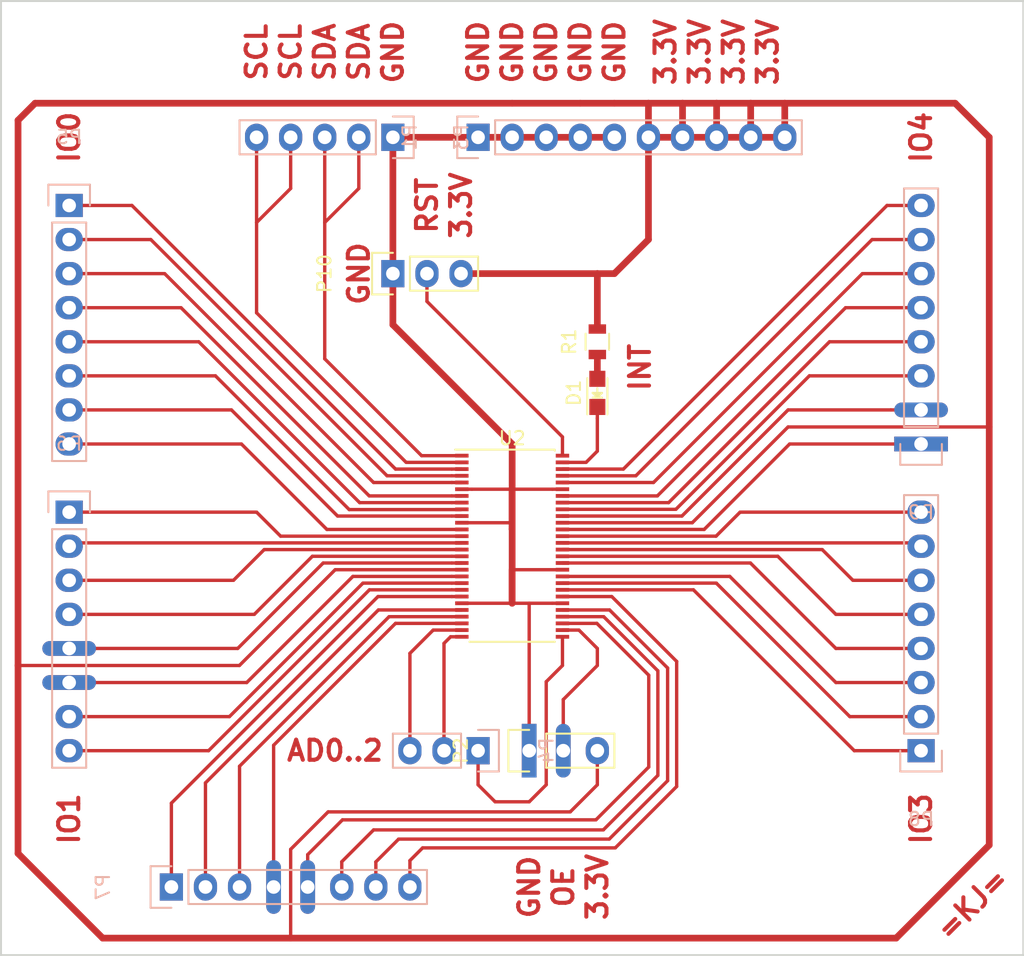
<source format=kicad_pcb>
(kicad_pcb (version 4) (host pcbnew 4.0.4+e1-6308~48~ubuntu16.04.1-stable)

  (general
    (links 73)
    (no_connects 0)
    (area 132.004999 32.944999 208.355001 104.215001)
    (thickness 1.6)
    (drawings 31)
    (tracks 261)
    (zones 0)
    (modules 13)
    (nets 52)
  )

  (page A4)
  (layers
    (0 F.Cu signal)
    (1 In1.Cu signal)
    (2 In2.Cu signal)
    (31 B.Cu signal)
    (32 B.Adhes user)
    (33 F.Adhes user)
    (34 B.Paste user)
    (35 F.Paste user)
    (36 B.SilkS user)
    (37 F.SilkS user)
    (38 B.Mask user)
    (39 F.Mask user)
    (40 Dwgs.User user)
    (41 Cmts.User user)
    (42 Eco1.User user)
    (43 Eco2.User user)
    (44 Edge.Cuts user)
    (45 Margin user)
    (46 B.CrtYd user)
    (47 F.CrtYd user)
    (48 B.Fab user)
    (49 F.Fab user)
  )

  (setup
    (last_trace_width 0.5)
    (user_trace_width 0.3)
    (user_trace_width 0.4)
    (user_trace_width 0.5)
    (trace_clearance 0.2)
    (zone_clearance 0.508)
    (zone_45_only no)
    (trace_min 0.2)
    (segment_width 0.2)
    (edge_width 0.15)
    (via_size 0.6)
    (via_drill 0.4)
    (via_min_size 0.4)
    (via_min_drill 0.3)
    (uvia_size 0.3)
    (uvia_drill 0.1)
    (uvias_allowed no)
    (uvia_min_size 0.2)
    (uvia_min_drill 0.1)
    (pcb_text_width 0.3)
    (pcb_text_size 1.5 1.5)
    (mod_edge_width 0.15)
    (mod_text_size 1 1)
    (mod_text_width 0.15)
    (pad_size 4 1.1)
    (pad_drill 1.016)
    (pad_to_mask_clearance 0.2)
    (aux_axis_origin 0 0)
    (visible_elements FFFCEF7F)
    (pcbplotparams
      (layerselection 0x01000_00000001)
      (usegerberextensions false)
      (excludeedgelayer true)
      (linewidth 0.100000)
      (plotframeref false)
      (viasonmask false)
      (mode 1)
      (useauxorigin false)
      (hpglpennumber 1)
      (hpglpenspeed 20)
      (hpglpendiameter 15)
      (hpglpenoverlay 2)
      (psnegative false)
      (psa4output false)
      (plotreference true)
      (plotvalue true)
      (plotinvisibletext false)
      (padsonsilk false)
      (subtractmaskfromsilk false)
      (outputformat 1)
      (mirror false)
      (drillshape 0)
      (scaleselection 1)
      (outputdirectory /media/mdh/KINGSTON/))
  )

  (net 0 "")
  (net 1 GND)
  (net 2 +3V3)
  (net 3 "Net-(D1-Pad2)")
  (net 4 /INT)
  (net 5 /OE)
  (net 6 /Reset)
  (net 7 /SDA)
  (net 8 /SCL)
  (net 9 "Net-(P4-Pad1)")
  (net 10 "Net-(P4-Pad2)")
  (net 11 "Net-(P4-Pad3)")
  (net 12 "Net-(P5-Pad1)")
  (net 13 "Net-(P5-Pad2)")
  (net 14 "Net-(P5-Pad3)")
  (net 15 "Net-(P5-Pad4)")
  (net 16 "Net-(P5-Pad5)")
  (net 17 "Net-(P5-Pad6)")
  (net 18 "Net-(P5-Pad7)")
  (net 19 "Net-(P5-Pad8)")
  (net 20 "Net-(P6-Pad1)")
  (net 21 "Net-(P6-Pad2)")
  (net 22 "Net-(P6-Pad3)")
  (net 23 "Net-(P6-Pad4)")
  (net 24 "Net-(P6-Pad5)")
  (net 25 "Net-(P6-Pad6)")
  (net 26 "Net-(P6-Pad7)")
  (net 27 "Net-(P6-Pad8)")
  (net 28 "Net-(P7-Pad1)")
  (net 29 "Net-(P7-Pad2)")
  (net 30 "Net-(P7-Pad3)")
  (net 31 "Net-(P7-Pad4)")
  (net 32 "Net-(P7-Pad5)")
  (net 33 "Net-(P7-Pad6)")
  (net 34 "Net-(P7-Pad7)")
  (net 35 "Net-(P7-Pad8)")
  (net 36 "Net-(P8-Pad1)")
  (net 37 "Net-(P8-Pad2)")
  (net 38 "Net-(P8-Pad3)")
  (net 39 "Net-(P8-Pad4)")
  (net 40 "Net-(P8-Pad5)")
  (net 41 "Net-(P8-Pad6)")
  (net 42 "Net-(P8-Pad7)")
  (net 43 "Net-(P8-Pad8)")
  (net 44 "Net-(P9-Pad1)")
  (net 45 "Net-(P9-Pad2)")
  (net 46 "Net-(P9-Pad3)")
  (net 47 "Net-(P9-Pad4)")
  (net 48 "Net-(P9-Pad5)")
  (net 49 "Net-(P9-Pad6)")
  (net 50 "Net-(P9-Pad7)")
  (net 51 "Net-(P9-Pad8)")

  (net_class Default "This is the default net class."
    (clearance 0.2)
    (trace_width 0.25)
    (via_dia 0.6)
    (via_drill 0.4)
    (uvia_dia 0.3)
    (uvia_drill 0.1)
    (add_net +3V3)
    (add_net /INT)
    (add_net /OE)
    (add_net /Reset)
    (add_net /SCL)
    (add_net /SDA)
    (add_net GND)
    (add_net "Net-(D1-Pad2)")
    (add_net "Net-(P4-Pad1)")
    (add_net "Net-(P4-Pad2)")
    (add_net "Net-(P4-Pad3)")
    (add_net "Net-(P5-Pad1)")
    (add_net "Net-(P5-Pad2)")
    (add_net "Net-(P5-Pad3)")
    (add_net "Net-(P5-Pad4)")
    (add_net "Net-(P5-Pad5)")
    (add_net "Net-(P5-Pad6)")
    (add_net "Net-(P5-Pad7)")
    (add_net "Net-(P5-Pad8)")
    (add_net "Net-(P6-Pad1)")
    (add_net "Net-(P6-Pad2)")
    (add_net "Net-(P6-Pad3)")
    (add_net "Net-(P6-Pad4)")
    (add_net "Net-(P6-Pad5)")
    (add_net "Net-(P6-Pad6)")
    (add_net "Net-(P6-Pad7)")
    (add_net "Net-(P6-Pad8)")
    (add_net "Net-(P7-Pad1)")
    (add_net "Net-(P7-Pad2)")
    (add_net "Net-(P7-Pad3)")
    (add_net "Net-(P7-Pad4)")
    (add_net "Net-(P7-Pad5)")
    (add_net "Net-(P7-Pad6)")
    (add_net "Net-(P7-Pad7)")
    (add_net "Net-(P7-Pad8)")
    (add_net "Net-(P8-Pad1)")
    (add_net "Net-(P8-Pad2)")
    (add_net "Net-(P8-Pad3)")
    (add_net "Net-(P8-Pad4)")
    (add_net "Net-(P8-Pad5)")
    (add_net "Net-(P8-Pad6)")
    (add_net "Net-(P8-Pad7)")
    (add_net "Net-(P8-Pad8)")
    (add_net "Net-(P9-Pad1)")
    (add_net "Net-(P9-Pad2)")
    (add_net "Net-(P9-Pad3)")
    (add_net "Net-(P9-Pad4)")
    (add_net "Net-(P9-Pad5)")
    (add_net "Net-(P9-Pad6)")
    (add_net "Net-(P9-Pad7)")
    (add_net "Net-(P9-Pad8)")
  )

  (module LEDs:LED_0805 (layer F.Cu) (tedit 55BDE1C2) (tstamp 5836D3C5)
    (at 176.53 62.23 90)
    (descr "LED 0805 smd package")
    (tags "LED 0805 SMD")
    (path /5836AF52)
    (attr smd)
    (fp_text reference D1 (at 0 -1.75 90) (layer F.SilkS)
      (effects (font (size 1 1) (thickness 0.15)))
    )
    (fp_text value LED (at 0 1.75 90) (layer F.Fab)
      (effects (font (size 1 1) (thickness 0.15)))
    )
    (fp_line (start -0.4 -0.3) (end -0.4 0.3) (layer F.Fab) (width 0.15))
    (fp_line (start -0.3 0) (end 0 -0.3) (layer F.Fab) (width 0.15))
    (fp_line (start 0 0.3) (end -0.3 0) (layer F.Fab) (width 0.15))
    (fp_line (start 0 -0.3) (end 0 0.3) (layer F.Fab) (width 0.15))
    (fp_line (start 1 -0.6) (end -1 -0.6) (layer F.Fab) (width 0.15))
    (fp_line (start 1 0.6) (end 1 -0.6) (layer F.Fab) (width 0.15))
    (fp_line (start -1 0.6) (end 1 0.6) (layer F.Fab) (width 0.15))
    (fp_line (start -1 -0.6) (end -1 0.6) (layer F.Fab) (width 0.15))
    (fp_line (start -1.6 0.75) (end 1.1 0.75) (layer F.SilkS) (width 0.15))
    (fp_line (start -1.6 -0.75) (end 1.1 -0.75) (layer F.SilkS) (width 0.15))
    (fp_line (start -0.1 0.15) (end -0.1 -0.1) (layer F.SilkS) (width 0.15))
    (fp_line (start -0.1 -0.1) (end -0.25 0.05) (layer F.SilkS) (width 0.15))
    (fp_line (start -0.35 -0.35) (end -0.35 0.35) (layer F.SilkS) (width 0.15))
    (fp_line (start 0 0) (end 0.35 0) (layer F.SilkS) (width 0.15))
    (fp_line (start -0.35 0) (end 0 -0.35) (layer F.SilkS) (width 0.15))
    (fp_line (start 0 -0.35) (end 0 0.35) (layer F.SilkS) (width 0.15))
    (fp_line (start 0 0.35) (end -0.35 0) (layer F.SilkS) (width 0.15))
    (fp_line (start 1.9 -0.95) (end 1.9 0.95) (layer F.CrtYd) (width 0.05))
    (fp_line (start 1.9 0.95) (end -1.9 0.95) (layer F.CrtYd) (width 0.05))
    (fp_line (start -1.9 0.95) (end -1.9 -0.95) (layer F.CrtYd) (width 0.05))
    (fp_line (start -1.9 -0.95) (end 1.9 -0.95) (layer F.CrtYd) (width 0.05))
    (pad 2 smd rect (at 1.04902 0 270) (size 1.19888 1.19888) (layers F.Cu F.Paste F.Mask)
      (net 3 "Net-(D1-Pad2)"))
    (pad 1 smd rect (at -1.04902 0 270) (size 1.19888 1.19888) (layers F.Cu F.Paste F.Mask)
      (net 4 /INT))
    (model LEDs.3dshapes/LED_0805.wrl
      (at (xyz 0 0 0))
      (scale (xyz 1 1 1))
      (rotate (xyz 0 0 0))
    )
  )

  (module Pin_Headers:Pin_Header_Straight_1x10 (layer B.Cu) (tedit 0) (tstamp 5836D3D3)
    (at 167.64 43.18 270)
    (descr "Through hole pin header")
    (tags "pin header")
    (path /5836C445)
    (fp_text reference P1 (at 0 5.1 270) (layer B.SilkS)
      (effects (font (size 1 1) (thickness 0.15)) (justify mirror))
    )
    (fp_text value "Power connector" (at 0 3.1 270) (layer B.Fab)
      (effects (font (size 1 1) (thickness 0.15)) (justify mirror))
    )
    (fp_line (start -1.75 1.75) (end -1.75 -24.65) (layer B.CrtYd) (width 0.05))
    (fp_line (start 1.75 1.75) (end 1.75 -24.65) (layer B.CrtYd) (width 0.05))
    (fp_line (start -1.75 1.75) (end 1.75 1.75) (layer B.CrtYd) (width 0.05))
    (fp_line (start -1.75 -24.65) (end 1.75 -24.65) (layer B.CrtYd) (width 0.05))
    (fp_line (start 1.27 -1.27) (end 1.27 -24.13) (layer B.SilkS) (width 0.15))
    (fp_line (start 1.27 -24.13) (end -1.27 -24.13) (layer B.SilkS) (width 0.15))
    (fp_line (start -1.27 -24.13) (end -1.27 -1.27) (layer B.SilkS) (width 0.15))
    (fp_line (start 1.55 1.55) (end 1.55 0) (layer B.SilkS) (width 0.15))
    (fp_line (start 1.27 -1.27) (end -1.27 -1.27) (layer B.SilkS) (width 0.15))
    (fp_line (start -1.55 0) (end -1.55 1.55) (layer B.SilkS) (width 0.15))
    (fp_line (start -1.55 1.55) (end 1.55 1.55) (layer B.SilkS) (width 0.15))
    (pad 1 thru_hole rect (at 0 0 270) (size 2.032 1.7272) (drill 1.016) (layers *.Cu *.Mask)
      (net 1 GND))
    (pad 2 thru_hole oval (at 0 -2.54 270) (size 2.032 1.7272) (drill 1.016) (layers *.Cu *.Mask)
      (net 1 GND))
    (pad 3 thru_hole oval (at 0 -5.08 270) (size 2.032 1.7272) (drill 1.016) (layers *.Cu *.Mask)
      (net 1 GND))
    (pad 4 thru_hole oval (at 0 -7.62 270) (size 2.032 1.7272) (drill 1.016) (layers *.Cu *.Mask)
      (net 1 GND))
    (pad 5 thru_hole oval (at 0 -10.16 270) (size 2.032 1.7272) (drill 1.016) (layers *.Cu *.Mask)
      (net 1 GND))
    (pad 6 thru_hole oval (at 0 -12.7 270) (size 2.032 1.7272) (drill 1.016) (layers *.Cu *.Mask)
      (net 2 +3V3))
    (pad 7 thru_hole oval (at 0 -15.24 270) (size 2.032 1.7272) (drill 1.016) (layers *.Cu *.Mask)
      (net 2 +3V3))
    (pad 8 thru_hole oval (at 0 -17.78 270) (size 2.032 1.7272) (drill 1.016) (layers *.Cu *.Mask)
      (net 2 +3V3))
    (pad 9 thru_hole oval (at 0 -20.32 270) (size 2.032 1.7272) (drill 1.016) (layers *.Cu *.Mask)
      (net 2 +3V3))
    (pad 10 thru_hole oval (at 0 -22.86 270) (size 2.032 1.7272) (drill 1.016) (layers *.Cu *.Mask)
      (net 2 +3V3))
    (model Pin_Headers.3dshapes/Pin_Header_Straight_1x10.wrl
      (at (xyz 0 -0.45 0))
      (scale (xyz 1 1 1))
      (rotate (xyz 0 0 90))
    )
  )

  (module Pin_Headers:Pin_Header_Straight_1x05 (layer B.Cu) (tedit 54EA0684) (tstamp 5836D3E2)
    (at 161.29 43.18 90)
    (descr "Through hole pin header")
    (tags "pin header")
    (path /5836C890)
    (fp_text reference P3 (at 0 5.1 90) (layer B.SilkS)
      (effects (font (size 1 1) (thickness 0.15)) (justify mirror))
    )
    (fp_text value "I2C connector" (at 0 3.1 90) (layer B.Fab)
      (effects (font (size 1 1) (thickness 0.15)) (justify mirror))
    )
    (fp_line (start -1.55 0) (end -1.55 1.55) (layer B.SilkS) (width 0.15))
    (fp_line (start -1.55 1.55) (end 1.55 1.55) (layer B.SilkS) (width 0.15))
    (fp_line (start 1.55 1.55) (end 1.55 0) (layer B.SilkS) (width 0.15))
    (fp_line (start -1.75 1.75) (end -1.75 -11.95) (layer B.CrtYd) (width 0.05))
    (fp_line (start 1.75 1.75) (end 1.75 -11.95) (layer B.CrtYd) (width 0.05))
    (fp_line (start -1.75 1.75) (end 1.75 1.75) (layer B.CrtYd) (width 0.05))
    (fp_line (start -1.75 -11.95) (end 1.75 -11.95) (layer B.CrtYd) (width 0.05))
    (fp_line (start 1.27 -1.27) (end 1.27 -11.43) (layer B.SilkS) (width 0.15))
    (fp_line (start 1.27 -11.43) (end -1.27 -11.43) (layer B.SilkS) (width 0.15))
    (fp_line (start -1.27 -11.43) (end -1.27 -1.27) (layer B.SilkS) (width 0.15))
    (fp_line (start 1.27 -1.27) (end -1.27 -1.27) (layer B.SilkS) (width 0.15))
    (pad 1 thru_hole rect (at 0 0 90) (size 2.032 1.7272) (drill 1.016) (layers *.Cu *.Mask)
      (net 1 GND))
    (pad 2 thru_hole oval (at 0 -2.54 90) (size 2.032 1.7272) (drill 1.016) (layers *.Cu *.Mask)
      (net 7 /SDA))
    (pad 3 thru_hole oval (at 0 -5.08 90) (size 2.032 1.7272) (drill 1.016) (layers *.Cu *.Mask)
      (net 7 /SDA))
    (pad 4 thru_hole oval (at 0 -7.62 90) (size 2.032 1.7272) (drill 1.016) (layers *.Cu *.Mask)
      (net 8 /SCL))
    (pad 5 thru_hole oval (at 0 -10.16 90) (size 2.032 1.7272) (drill 1.016) (layers *.Cu *.Mask)
      (net 8 /SCL))
    (model Pin_Headers.3dshapes/Pin_Header_Straight_1x05.wrl
      (at (xyz 0 -0.2 0))
      (scale (xyz 1 1 1))
      (rotate (xyz 0 0 90))
    )
  )

  (module Pin_Headers:Pin_Header_Straight_1x03 (layer B.Cu) (tedit 0) (tstamp 5836D3E9)
    (at 167.64 88.9 90)
    (descr "Through hole pin header")
    (tags "pin header")
    (path /5836AD84)
    (fp_text reference P4 (at 0 5.1 90) (layer B.SilkS)
      (effects (font (size 1 1) (thickness 0.15)) (justify mirror))
    )
    (fp_text value CONN_01X03 (at 0 3.1 90) (layer B.Fab)
      (effects (font (size 1 1) (thickness 0.15)) (justify mirror))
    )
    (fp_line (start -1.75 1.75) (end -1.75 -6.85) (layer B.CrtYd) (width 0.05))
    (fp_line (start 1.75 1.75) (end 1.75 -6.85) (layer B.CrtYd) (width 0.05))
    (fp_line (start -1.75 1.75) (end 1.75 1.75) (layer B.CrtYd) (width 0.05))
    (fp_line (start -1.75 -6.85) (end 1.75 -6.85) (layer B.CrtYd) (width 0.05))
    (fp_line (start -1.27 -1.27) (end -1.27 -6.35) (layer B.SilkS) (width 0.15))
    (fp_line (start -1.27 -6.35) (end 1.27 -6.35) (layer B.SilkS) (width 0.15))
    (fp_line (start 1.27 -6.35) (end 1.27 -1.27) (layer B.SilkS) (width 0.15))
    (fp_line (start 1.55 1.55) (end 1.55 0) (layer B.SilkS) (width 0.15))
    (fp_line (start 1.27 -1.27) (end -1.27 -1.27) (layer B.SilkS) (width 0.15))
    (fp_line (start -1.55 0) (end -1.55 1.55) (layer B.SilkS) (width 0.15))
    (fp_line (start -1.55 1.55) (end 1.55 1.55) (layer B.SilkS) (width 0.15))
    (pad 1 thru_hole rect (at 0 0 90) (size 2.032 1.7272) (drill 1.016) (layers *.Cu *.Mask)
      (net 9 "Net-(P4-Pad1)"))
    (pad 2 thru_hole oval (at 0 -2.54 90) (size 2.032 1.7272) (drill 1.016) (layers *.Cu *.Mask)
      (net 10 "Net-(P4-Pad2)"))
    (pad 3 thru_hole oval (at 0 -5.08 90) (size 2.032 1.7272) (drill 1.016) (layers *.Cu *.Mask)
      (net 11 "Net-(P4-Pad3)"))
    (model Pin_Headers.3dshapes/Pin_Header_Straight_1x03.wrl
      (at (xyz 0 -0.1 0))
      (scale (xyz 1 1 1))
      (rotate (xyz 0 0 90))
    )
  )

  (module Pin_Headers:Pin_Header_Straight_1x08 (layer B.Cu) (tedit 0) (tstamp 5836D3F5)
    (at 137.16 48.26 180)
    (descr "Through hole pin header")
    (tags "pin header")
    (path /5836AA9E)
    (fp_text reference P5 (at 0 5.1 180) (layer B.SilkS)
      (effects (font (size 1 1) (thickness 0.15)) (justify mirror))
    )
    (fp_text value "GPIO 0" (at 0 3.1 180) (layer B.Fab)
      (effects (font (size 1 1) (thickness 0.15)) (justify mirror))
    )
    (fp_line (start -1.75 1.75) (end -1.75 -19.55) (layer B.CrtYd) (width 0.05))
    (fp_line (start 1.75 1.75) (end 1.75 -19.55) (layer B.CrtYd) (width 0.05))
    (fp_line (start -1.75 1.75) (end 1.75 1.75) (layer B.CrtYd) (width 0.05))
    (fp_line (start -1.75 -19.55) (end 1.75 -19.55) (layer B.CrtYd) (width 0.05))
    (fp_line (start 1.27 -1.27) (end 1.27 -19.05) (layer B.SilkS) (width 0.15))
    (fp_line (start 1.27 -19.05) (end -1.27 -19.05) (layer B.SilkS) (width 0.15))
    (fp_line (start -1.27 -19.05) (end -1.27 -1.27) (layer B.SilkS) (width 0.15))
    (fp_line (start 1.55 1.55) (end 1.55 0) (layer B.SilkS) (width 0.15))
    (fp_line (start 1.27 -1.27) (end -1.27 -1.27) (layer B.SilkS) (width 0.15))
    (fp_line (start -1.55 0) (end -1.55 1.55) (layer B.SilkS) (width 0.15))
    (fp_line (start -1.55 1.55) (end 1.55 1.55) (layer B.SilkS) (width 0.15))
    (pad 1 thru_hole rect (at 0 0 180) (size 2.032 1.7272) (drill 1.016) (layers *.Cu *.Mask)
      (net 12 "Net-(P5-Pad1)"))
    (pad 2 thru_hole oval (at 0 -2.54 180) (size 2.032 1.7272) (drill 1.016) (layers *.Cu *.Mask)
      (net 13 "Net-(P5-Pad2)"))
    (pad 3 thru_hole oval (at 0 -5.08 180) (size 2.032 1.7272) (drill 1.016) (layers *.Cu *.Mask)
      (net 14 "Net-(P5-Pad3)"))
    (pad 4 thru_hole oval (at 0 -7.62 180) (size 2.032 1.7272) (drill 1.016) (layers *.Cu *.Mask)
      (net 15 "Net-(P5-Pad4)"))
    (pad 5 thru_hole oval (at 0 -10.16 180) (size 2.032 1.7272) (drill 1.016) (layers *.Cu *.Mask)
      (net 16 "Net-(P5-Pad5)"))
    (pad 6 thru_hole oval (at 0 -12.7 180) (size 2.032 1.7272) (drill 1.016) (layers *.Cu *.Mask)
      (net 17 "Net-(P5-Pad6)"))
    (pad 7 thru_hole oval (at 0 -15.24 180) (size 2.032 1.7272) (drill 1.016) (layers *.Cu *.Mask)
      (net 18 "Net-(P5-Pad7)"))
    (pad 8 thru_hole oval (at 0 -17.78 180) (size 2.032 1.7272) (drill 1.016) (layers *.Cu *.Mask)
      (net 19 "Net-(P5-Pad8)"))
    (model Pin_Headers.3dshapes/Pin_Header_Straight_1x08.wrl
      (at (xyz 0 -0.35 0))
      (scale (xyz 1 1 1))
      (rotate (xyz 0 0 90))
    )
  )

  (module Pin_Headers:Pin_Header_Straight_1x08 (layer B.Cu) (tedit 5836D4B8) (tstamp 5836D401)
    (at 137.16 71.12 180)
    (descr "Through hole pin header")
    (tags "pin header")
    (path /5836ABD7)
    (fp_text reference P6 (at 0 5.1 180) (layer B.SilkS)
      (effects (font (size 1 1) (thickness 0.15)) (justify mirror))
    )
    (fp_text value "GPIO 1" (at 0 3.1 180) (layer B.Fab)
      (effects (font (size 1 1) (thickness 0.15)) (justify mirror))
    )
    (fp_line (start -1.75 1.75) (end -1.75 -19.55) (layer B.CrtYd) (width 0.05))
    (fp_line (start 1.75 1.75) (end 1.75 -19.55) (layer B.CrtYd) (width 0.05))
    (fp_line (start -1.75 1.75) (end 1.75 1.75) (layer B.CrtYd) (width 0.05))
    (fp_line (start -1.75 -19.55) (end 1.75 -19.55) (layer B.CrtYd) (width 0.05))
    (fp_line (start 1.27 -1.27) (end 1.27 -19.05) (layer B.SilkS) (width 0.15))
    (fp_line (start 1.27 -19.05) (end -1.27 -19.05) (layer B.SilkS) (width 0.15))
    (fp_line (start -1.27 -19.05) (end -1.27 -1.27) (layer B.SilkS) (width 0.15))
    (fp_line (start 1.55 1.55) (end 1.55 0) (layer B.SilkS) (width 0.15))
    (fp_line (start 1.27 -1.27) (end -1.27 -1.27) (layer B.SilkS) (width 0.15))
    (fp_line (start -1.55 0) (end -1.55 1.55) (layer B.SilkS) (width 0.15))
    (fp_line (start -1.55 1.55) (end 1.55 1.55) (layer B.SilkS) (width 0.15))
    (pad 1 thru_hole rect (at 0 0 180) (size 2.032 1.7272) (drill 1.016) (layers *.Cu *.Mask)
      (net 20 "Net-(P6-Pad1)"))
    (pad 2 thru_hole oval (at 0 -2.54 180) (size 2.032 1.7272) (drill 1.016) (layers *.Cu *.Mask)
      (net 21 "Net-(P6-Pad2)"))
    (pad 3 thru_hole oval (at 0 -5.08 180) (size 2.032 1.7272) (drill 1.016) (layers *.Cu *.Mask)
      (net 22 "Net-(P6-Pad3)"))
    (pad 4 thru_hole oval (at 0 -7.62 180) (size 2.032 1.7272) (drill 1.016) (layers *.Cu *.Mask)
      (net 23 "Net-(P6-Pad4)"))
    (pad 5 thru_hole oval (at 0 -10.16 180) (size 4 1.1) (drill 1.016) (layers *.Cu *.Mask)
      (net 24 "Net-(P6-Pad5)"))
    (pad 6 thru_hole oval (at 0 -12.7 180) (size 4 1.1) (drill 1.016) (layers *.Cu *.Mask)
      (net 25 "Net-(P6-Pad6)"))
    (pad 7 thru_hole oval (at 0 -15.24 180) (size 2.032 1.7272) (drill 1.016) (layers *.Cu *.Mask)
      (net 26 "Net-(P6-Pad7)"))
    (pad 8 thru_hole oval (at 0 -17.78 180) (size 2.032 1.7272) (drill 1.016) (layers *.Cu *.Mask)
      (net 27 "Net-(P6-Pad8)"))
    (model Pin_Headers.3dshapes/Pin_Header_Straight_1x08.wrl
      (at (xyz 0 -0.35 0))
      (scale (xyz 1 1 1))
      (rotate (xyz 0 0 90))
    )
  )

  (module Pin_Headers:Pin_Header_Straight_1x08 (layer B.Cu) (tedit 5836D87C) (tstamp 5836D40D)
    (at 144.78 99.06 270)
    (descr "Through hole pin header")
    (tags "pin header")
    (path /5836AC7D)
    (fp_text reference P7 (at 0 5.1 270) (layer B.SilkS)
      (effects (font (size 1 1) (thickness 0.15)) (justify mirror))
    )
    (fp_text value "GPIO 2" (at 0 3.1 270) (layer B.Fab)
      (effects (font (size 1 1) (thickness 0.15)) (justify mirror))
    )
    (fp_line (start -1.75 1.75) (end -1.75 -19.55) (layer B.CrtYd) (width 0.05))
    (fp_line (start 1.75 1.75) (end 1.75 -19.55) (layer B.CrtYd) (width 0.05))
    (fp_line (start -1.75 1.75) (end 1.75 1.75) (layer B.CrtYd) (width 0.05))
    (fp_line (start -1.75 -19.55) (end 1.75 -19.55) (layer B.CrtYd) (width 0.05))
    (fp_line (start 1.27 -1.27) (end 1.27 -19.05) (layer B.SilkS) (width 0.15))
    (fp_line (start 1.27 -19.05) (end -1.27 -19.05) (layer B.SilkS) (width 0.15))
    (fp_line (start -1.27 -19.05) (end -1.27 -1.27) (layer B.SilkS) (width 0.15))
    (fp_line (start 1.55 1.55) (end 1.55 0) (layer B.SilkS) (width 0.15))
    (fp_line (start 1.27 -1.27) (end -1.27 -1.27) (layer B.SilkS) (width 0.15))
    (fp_line (start -1.55 0) (end -1.55 1.55) (layer B.SilkS) (width 0.15))
    (fp_line (start -1.55 1.55) (end 1.55 1.55) (layer B.SilkS) (width 0.15))
    (pad 1 thru_hole rect (at 0 0 270) (size 2.032 1.7272) (drill 1.016) (layers *.Cu *.Mask)
      (net 28 "Net-(P7-Pad1)"))
    (pad 2 thru_hole oval (at 0 -2.54 270) (size 2.032 1.7272) (drill 1.016) (layers *.Cu *.Mask)
      (net 29 "Net-(P7-Pad2)"))
    (pad 3 thru_hole oval (at 0 -5.08 270) (size 2.032 1.7272) (drill 1.016) (layers *.Cu *.Mask)
      (net 30 "Net-(P7-Pad3)"))
    (pad 4 thru_hole oval (at 0 -7.62 270) (size 4 1.1) (drill 1.016) (layers *.Cu *.Mask)
      (net 31 "Net-(P7-Pad4)"))
    (pad 5 thru_hole oval (at 0 -10.16 270) (size 4 1.1) (drill 1.016) (layers *.Cu *.Mask)
      (net 32 "Net-(P7-Pad5)"))
    (pad 6 thru_hole oval (at 0 -12.7 270) (size 2.032 1.7272) (drill 1.016) (layers *.Cu *.Mask)
      (net 33 "Net-(P7-Pad6)"))
    (pad 7 thru_hole oval (at 0 -15.24 270) (size 2.032 1.7272) (drill 1.016) (layers *.Cu *.Mask)
      (net 34 "Net-(P7-Pad7)"))
    (pad 8 thru_hole oval (at 0 -17.78 270) (size 2.032 1.7272) (drill 1.016) (layers *.Cu *.Mask)
      (net 35 "Net-(P7-Pad8)"))
    (model Pin_Headers.3dshapes/Pin_Header_Straight_1x08.wrl
      (at (xyz 0 -0.35 0))
      (scale (xyz 1 1 1))
      (rotate (xyz 0 0 90))
    )
  )

  (module Pin_Headers:Pin_Header_Straight_1x08 (layer B.Cu) (tedit 0) (tstamp 5836D419)
    (at 200.66 88.9)
    (descr "Through hole pin header")
    (tags "pin header")
    (path /5836AC8B)
    (fp_text reference P8 (at 0 5.1) (layer B.SilkS)
      (effects (font (size 1 1) (thickness 0.15)) (justify mirror))
    )
    (fp_text value "GPIO 3" (at 0 3.1) (layer B.Fab)
      (effects (font (size 1 1) (thickness 0.15)) (justify mirror))
    )
    (fp_line (start -1.75 1.75) (end -1.75 -19.55) (layer B.CrtYd) (width 0.05))
    (fp_line (start 1.75 1.75) (end 1.75 -19.55) (layer B.CrtYd) (width 0.05))
    (fp_line (start -1.75 1.75) (end 1.75 1.75) (layer B.CrtYd) (width 0.05))
    (fp_line (start -1.75 -19.55) (end 1.75 -19.55) (layer B.CrtYd) (width 0.05))
    (fp_line (start 1.27 -1.27) (end 1.27 -19.05) (layer B.SilkS) (width 0.15))
    (fp_line (start 1.27 -19.05) (end -1.27 -19.05) (layer B.SilkS) (width 0.15))
    (fp_line (start -1.27 -19.05) (end -1.27 -1.27) (layer B.SilkS) (width 0.15))
    (fp_line (start 1.55 1.55) (end 1.55 0) (layer B.SilkS) (width 0.15))
    (fp_line (start 1.27 -1.27) (end -1.27 -1.27) (layer B.SilkS) (width 0.15))
    (fp_line (start -1.55 0) (end -1.55 1.55) (layer B.SilkS) (width 0.15))
    (fp_line (start -1.55 1.55) (end 1.55 1.55) (layer B.SilkS) (width 0.15))
    (pad 1 thru_hole rect (at 0 0) (size 2.032 1.7272) (drill 1.016) (layers *.Cu *.Mask)
      (net 36 "Net-(P8-Pad1)"))
    (pad 2 thru_hole oval (at 0 -2.54) (size 2.032 1.7272) (drill 1.016) (layers *.Cu *.Mask)
      (net 37 "Net-(P8-Pad2)"))
    (pad 3 thru_hole oval (at 0 -5.08) (size 2.032 1.7272) (drill 1.016) (layers *.Cu *.Mask)
      (net 38 "Net-(P8-Pad3)"))
    (pad 4 thru_hole oval (at 0 -7.62) (size 2.032 1.7272) (drill 1.016) (layers *.Cu *.Mask)
      (net 39 "Net-(P8-Pad4)"))
    (pad 5 thru_hole oval (at 0 -10.16) (size 2.032 1.7272) (drill 1.016) (layers *.Cu *.Mask)
      (net 40 "Net-(P8-Pad5)"))
    (pad 6 thru_hole oval (at 0 -12.7) (size 2.032 1.7272) (drill 1.016) (layers *.Cu *.Mask)
      (net 41 "Net-(P8-Pad6)"))
    (pad 7 thru_hole oval (at 0 -15.24) (size 2.032 1.7272) (drill 1.016) (layers *.Cu *.Mask)
      (net 42 "Net-(P8-Pad7)"))
    (pad 8 thru_hole oval (at 0 -17.78) (size 2.032 1.7272) (drill 1.016) (layers *.Cu *.Mask)
      (net 43 "Net-(P8-Pad8)"))
    (model Pin_Headers.3dshapes/Pin_Header_Straight_1x08.wrl
      (at (xyz 0 -0.35 0))
      (scale (xyz 1 1 1))
      (rotate (xyz 0 0 90))
    )
  )

  (module Pin_Headers:Pin_Header_Straight_1x08 (layer B.Cu) (tedit 5836D4F8) (tstamp 5836D425)
    (at 200.66 66.04)
    (descr "Through hole pin header")
    (tags "pin header")
    (path /5836AD0C)
    (fp_text reference P9 (at 0 5.1) (layer B.SilkS)
      (effects (font (size 1 1) (thickness 0.15)) (justify mirror))
    )
    (fp_text value "GPIO 4" (at 0 3.1) (layer B.Fab)
      (effects (font (size 1 1) (thickness 0.15)) (justify mirror))
    )
    (fp_line (start -1.75 1.75) (end -1.75 -19.55) (layer B.CrtYd) (width 0.05))
    (fp_line (start 1.75 1.75) (end 1.75 -19.55) (layer B.CrtYd) (width 0.05))
    (fp_line (start -1.75 1.75) (end 1.75 1.75) (layer B.CrtYd) (width 0.05))
    (fp_line (start -1.75 -19.55) (end 1.75 -19.55) (layer B.CrtYd) (width 0.05))
    (fp_line (start 1.27 -1.27) (end 1.27 -19.05) (layer B.SilkS) (width 0.15))
    (fp_line (start 1.27 -19.05) (end -1.27 -19.05) (layer B.SilkS) (width 0.15))
    (fp_line (start -1.27 -19.05) (end -1.27 -1.27) (layer B.SilkS) (width 0.15))
    (fp_line (start 1.55 1.55) (end 1.55 0) (layer B.SilkS) (width 0.15))
    (fp_line (start 1.27 -1.27) (end -1.27 -1.27) (layer B.SilkS) (width 0.15))
    (fp_line (start -1.55 0) (end -1.55 1.55) (layer B.SilkS) (width 0.15))
    (fp_line (start -1.55 1.55) (end 1.55 1.55) (layer B.SilkS) (width 0.15))
    (pad 1 thru_hole rect (at 0 0) (size 4 1.1) (drill 1.016) (layers *.Cu *.Mask)
      (net 44 "Net-(P9-Pad1)"))
    (pad 2 thru_hole oval (at 0 -2.54) (size 4 1.1) (drill 1.016) (layers *.Cu *.Mask)
      (net 45 "Net-(P9-Pad2)"))
    (pad 3 thru_hole oval (at 0 -5.08) (size 2.032 1.7272) (drill 1.016) (layers *.Cu *.Mask)
      (net 46 "Net-(P9-Pad3)"))
    (pad 4 thru_hole oval (at 0 -7.62) (size 2.032 1.7272) (drill 1.016) (layers *.Cu *.Mask)
      (net 47 "Net-(P9-Pad4)"))
    (pad 5 thru_hole oval (at 0 -10.16) (size 2.032 1.7272) (drill 1.016) (layers *.Cu *.Mask)
      (net 48 "Net-(P9-Pad5)"))
    (pad 6 thru_hole oval (at 0 -12.7) (size 2.032 1.7272) (drill 1.016) (layers *.Cu *.Mask)
      (net 49 "Net-(P9-Pad6)"))
    (pad 7 thru_hole oval (at 0 -15.24) (size 2.032 1.7272) (drill 1.016) (layers *.Cu *.Mask)
      (net 50 "Net-(P9-Pad7)"))
    (pad 8 thru_hole oval (at 0 -17.78) (size 2.032 1.7272) (drill 1.016) (layers *.Cu *.Mask)
      (net 51 "Net-(P9-Pad8)"))
    (model Pin_Headers.3dshapes/Pin_Header_Straight_1x08.wrl
      (at (xyz 0 -0.35 0))
      (scale (xyz 1 1 1))
      (rotate (xyz 0 0 90))
    )
  )

  (module Resistors_SMD:R_0805 (layer F.Cu) (tedit 58307B54) (tstamp 5836D42B)
    (at 176.53 58.42 90)
    (descr "Resistor SMD 0805, reflow soldering, Vishay (see dcrcw.pdf)")
    (tags "resistor 0805")
    (path /5836BFF1)
    (attr smd)
    (fp_text reference R1 (at 0 -2.1 90) (layer F.SilkS)
      (effects (font (size 1 1) (thickness 0.15)))
    )
    (fp_text value R (at 0 2.1 90) (layer F.Fab)
      (effects (font (size 1 1) (thickness 0.15)))
    )
    (fp_line (start -1 0.625) (end -1 -0.625) (layer F.Fab) (width 0.1))
    (fp_line (start 1 0.625) (end -1 0.625) (layer F.Fab) (width 0.1))
    (fp_line (start 1 -0.625) (end 1 0.625) (layer F.Fab) (width 0.1))
    (fp_line (start -1 -0.625) (end 1 -0.625) (layer F.Fab) (width 0.1))
    (fp_line (start -1.6 -1) (end 1.6 -1) (layer F.CrtYd) (width 0.05))
    (fp_line (start -1.6 1) (end 1.6 1) (layer F.CrtYd) (width 0.05))
    (fp_line (start -1.6 -1) (end -1.6 1) (layer F.CrtYd) (width 0.05))
    (fp_line (start 1.6 -1) (end 1.6 1) (layer F.CrtYd) (width 0.05))
    (fp_line (start 0.6 0.875) (end -0.6 0.875) (layer F.SilkS) (width 0.15))
    (fp_line (start -0.6 -0.875) (end 0.6 -0.875) (layer F.SilkS) (width 0.15))
    (pad 1 smd rect (at -0.95 0 90) (size 0.7 1.3) (layers F.Cu F.Paste F.Mask)
      (net 3 "Net-(D1-Pad2)"))
    (pad 2 smd rect (at 0.95 0 90) (size 0.7 1.3) (layers F.Cu F.Paste F.Mask)
      (net 2 +3V3))
    (model Resistors_SMD.3dshapes/R_0805.wrl
      (at (xyz 0 0 0))
      (scale (xyz 1 1 1))
      (rotate (xyz 0 0 0))
    )
  )

  (module Housings_SSOP:TSSOP-56_6.1x14mm_Pitch0.5mm (layer F.Cu) (tedit 57AFB1BC) (tstamp 5836D467)
    (at 170.18 73.66)
    (descr "TSSOP56: plastic thin shrink small outline package; 56 leads; body width 6.1 mm (see NXP SSOP-TSSOP-VSO-REFLOW.pdf and sot364-1_po.pdf)")
    (tags "SSOP 0.5")
    (path /58338EBE)
    (attr smd)
    (fp_text reference U2 (at 0 -8.05) (layer F.SilkS)
      (effects (font (size 1 1) (thickness 0.15)))
    )
    (fp_text value PCA9698 (at 0 8.05) (layer F.Fab)
      (effects (font (size 1 1) (thickness 0.15)))
    )
    (fp_line (start -2.05 -7) (end 3.05 -7) (layer F.Fab) (width 0.15))
    (fp_line (start 3.05 -7) (end 3.05 7) (layer F.Fab) (width 0.15))
    (fp_line (start 3.05 7) (end -3.05 7) (layer F.Fab) (width 0.15))
    (fp_line (start -3.05 7) (end -3.05 -6) (layer F.Fab) (width 0.15))
    (fp_line (start -3.05 -6) (end -2.05 -7) (layer F.Fab) (width 0.15))
    (fp_line (start -4.5 -7.3) (end -4.5 7.3) (layer F.CrtYd) (width 0.05))
    (fp_line (start 4.5 -7.3) (end 4.5 7.3) (layer F.CrtYd) (width 0.05))
    (fp_line (start -4.5 -7.3) (end 4.5 -7.3) (layer F.CrtYd) (width 0.05))
    (fp_line (start -4.5 7.3) (end 4.5 7.3) (layer F.CrtYd) (width 0.05))
    (fp_line (start 3.175 -7.125) (end 3.175 -7.1175) (layer F.SilkS) (width 0.15))
    (fp_line (start 3.175 7.125) (end 3.175 7.1175) (layer F.SilkS) (width 0.15))
    (fp_line (start -3.175 7.125) (end -3.175 7.1175) (layer F.SilkS) (width 0.15))
    (fp_line (start -4.25 -7.2) (end 3.175 -7.2) (layer F.SilkS) (width 0.15))
    (fp_line (start -3.175 7.125) (end 3.175 7.125) (layer F.SilkS) (width 0.15))
    (pad 1 smd rect (at -3.75 -6.75) (size 1 0.285) (layers F.Cu F.Paste F.Mask)
      (net 7 /SDA))
    (pad 2 smd rect (at -3.75 -6.25) (size 1 0.285) (layers F.Cu F.Paste F.Mask)
      (net 8 /SCL))
    (pad 3 smd rect (at -3.75 -5.75) (size 1 0.285) (layers F.Cu F.Paste F.Mask)
      (net 12 "Net-(P5-Pad1)"))
    (pad 4 smd rect (at -3.75 -5.25) (size 1 0.285) (layers F.Cu F.Paste F.Mask)
      (net 13 "Net-(P5-Pad2)"))
    (pad 5 smd rect (at -3.75 -4.75) (size 1 0.285) (layers F.Cu F.Paste F.Mask)
      (net 14 "Net-(P5-Pad3)"))
    (pad 6 smd rect (at -3.75 -4.25) (size 1 0.285) (layers F.Cu F.Paste F.Mask)
      (net 1 GND))
    (pad 7 smd rect (at -3.75 -3.75) (size 1 0.285) (layers F.Cu F.Paste F.Mask)
      (net 15 "Net-(P5-Pad4)"))
    (pad 8 smd rect (at -3.75 -3.25) (size 1 0.285) (layers F.Cu F.Paste F.Mask)
      (net 16 "Net-(P5-Pad5)"))
    (pad 9 smd rect (at -3.75 -2.75) (size 1 0.285) (layers F.Cu F.Paste F.Mask)
      (net 17 "Net-(P5-Pad6)"))
    (pad 10 smd rect (at -3.75 -2.25) (size 1 0.285) (layers F.Cu F.Paste F.Mask)
      (net 18 "Net-(P5-Pad7)"))
    (pad 11 smd rect (at -3.75 -1.75) (size 1 0.285) (layers F.Cu F.Paste F.Mask)
      (net 1 GND))
    (pad 12 smd rect (at -3.75 -1.25) (size 1 0.285) (layers F.Cu F.Paste F.Mask)
      (net 19 "Net-(P5-Pad8)"))
    (pad 13 smd rect (at -3.75 -0.75) (size 1 0.285) (layers F.Cu F.Paste F.Mask)
      (net 20 "Net-(P6-Pad1)"))
    (pad 14 smd rect (at -3.75 -0.25) (size 1 0.285) (layers F.Cu F.Paste F.Mask)
      (net 21 "Net-(P6-Pad2)"))
    (pad 15 smd rect (at -3.75 0.25) (size 1 0.285) (layers F.Cu F.Paste F.Mask)
      (net 22 "Net-(P6-Pad3)"))
    (pad 16 smd rect (at -3.75 0.75) (size 1 0.285) (layers F.Cu F.Paste F.Mask)
      (net 23 "Net-(P6-Pad4)"))
    (pad 17 smd rect (at -3.75 1.25) (size 1 0.285) (layers F.Cu F.Paste F.Mask)
      (net 24 "Net-(P6-Pad5)"))
    (pad 18 smd rect (at -3.75 1.75) (size 1 0.285) (layers F.Cu F.Paste F.Mask)
      (net 2 +3V3))
    (pad 19 smd rect (at -3.75 2.25) (size 1 0.285) (layers F.Cu F.Paste F.Mask)
      (net 25 "Net-(P6-Pad6)"))
    (pad 20 smd rect (at -3.75 2.75) (size 1 0.285) (layers F.Cu F.Paste F.Mask)
      (net 26 "Net-(P6-Pad7)"))
    (pad 21 smd rect (at -3.75 3.25) (size 1 0.285) (layers F.Cu F.Paste F.Mask)
      (net 27 "Net-(P6-Pad8)"))
    (pad 22 smd rect (at -3.75 3.75) (size 1 0.285) (layers F.Cu F.Paste F.Mask)
      (net 28 "Net-(P7-Pad1)"))
    (pad 23 smd rect (at -3.75 4.25) (size 1 0.285) (layers F.Cu F.Paste F.Mask)
      (net 1 GND))
    (pad 24 smd rect (at -3.75 4.75) (size 1 0.285) (layers F.Cu F.Paste F.Mask)
      (net 29 "Net-(P7-Pad2)"))
    (pad 25 smd rect (at -3.75 5.25) (size 1 0.285) (layers F.Cu F.Paste F.Mask)
      (net 30 "Net-(P7-Pad3)"))
    (pad 26 smd rect (at -3.75 5.75) (size 1 0.285) (layers F.Cu F.Paste F.Mask)
      (net 31 "Net-(P7-Pad4)"))
    (pad 27 smd rect (at -3.75 6.25) (size 1 0.285) (layers F.Cu F.Paste F.Mask)
      (net 11 "Net-(P4-Pad3)"))
    (pad 28 smd rect (at -3.75 6.75) (size 1 0.285) (layers F.Cu F.Paste F.Mask)
      (net 10 "Net-(P4-Pad2)"))
    (pad 29 smd rect (at 3.75 6.75) (size 1 0.285) (layers F.Cu F.Paste F.Mask)
      (net 9 "Net-(P4-Pad1)"))
    (pad 30 smd rect (at 3.75 6.25) (size 1 0.285) (layers F.Cu F.Paste F.Mask)
      (net 5 /OE))
    (pad 31 smd rect (at 3.75 5.75) (size 1 0.285) (layers F.Cu F.Paste F.Mask)
      (net 32 "Net-(P7-Pad5)"))
    (pad 32 smd rect (at 3.75 5.25) (size 1 0.285) (layers F.Cu F.Paste F.Mask)
      (net 33 "Net-(P7-Pad6)"))
    (pad 33 smd rect (at 3.75 4.75) (size 1 0.285) (layers F.Cu F.Paste F.Mask)
      (net 34 "Net-(P7-Pad7)"))
    (pad 34 smd rect (at 3.75 4.25) (size 1 0.285) (layers F.Cu F.Paste F.Mask)
      (net 1 GND))
    (pad 35 smd rect (at 3.75 3.75) (size 1 0.285) (layers F.Cu F.Paste F.Mask)
      (net 35 "Net-(P7-Pad8)"))
    (pad 36 smd rect (at 3.75 3.25) (size 1 0.285) (layers F.Cu F.Paste F.Mask)
      (net 36 "Net-(P8-Pad1)"))
    (pad 37 smd rect (at 3.75 2.75) (size 1 0.285) (layers F.Cu F.Paste F.Mask)
      (net 37 "Net-(P8-Pad2)"))
    (pad 38 smd rect (at 3.75 2.25) (size 1 0.285) (layers F.Cu F.Paste F.Mask)
      (net 38 "Net-(P8-Pad3)"))
    (pad 39 smd rect (at 3.75 1.75) (size 1 0.285) (layers F.Cu F.Paste F.Mask)
      (net 1 GND))
    (pad 40 smd rect (at 3.75 1.25) (size 1 0.285) (layers F.Cu F.Paste F.Mask)
      (net 39 "Net-(P8-Pad4)"))
    (pad 41 smd rect (at 3.75 0.75) (size 1 0.285) (layers F.Cu F.Paste F.Mask)
      (net 40 "Net-(P8-Pad5)"))
    (pad 42 smd rect (at 3.75 0.25) (size 1 0.285) (layers F.Cu F.Paste F.Mask)
      (net 41 "Net-(P8-Pad6)"))
    (pad 43 smd rect (at 3.75 -0.25) (size 1 0.285) (layers F.Cu F.Paste F.Mask)
      (net 42 "Net-(P8-Pad7)"))
    (pad 44 smd rect (at 3.75 -0.75) (size 1 0.285) (layers F.Cu F.Paste F.Mask)
      (net 43 "Net-(P8-Pad8)"))
    (pad 45 smd rect (at 3.75 -1.25) (size 1 0.285) (layers F.Cu F.Paste F.Mask)
      (net 44 "Net-(P9-Pad1)"))
    (pad 46 smd rect (at 3.75 -1.75) (size 1 0.285) (layers F.Cu F.Paste F.Mask)
      (net 2 +3V3))
    (pad 47 smd rect (at 3.75 -2.25) (size 1 0.285) (layers F.Cu F.Paste F.Mask)
      (net 45 "Net-(P9-Pad2)"))
    (pad 48 smd rect (at 3.75 -2.75) (size 1 0.285) (layers F.Cu F.Paste F.Mask)
      (net 46 "Net-(P9-Pad3)"))
    (pad 49 smd rect (at 3.75 -3.25) (size 1 0.285) (layers F.Cu F.Paste F.Mask)
      (net 47 "Net-(P9-Pad4)"))
    (pad 50 smd rect (at 3.75 -3.75) (size 1 0.285) (layers F.Cu F.Paste F.Mask)
      (net 48 "Net-(P9-Pad5)"))
    (pad 51 smd rect (at 3.75 -4.25) (size 1 0.285) (layers F.Cu F.Paste F.Mask)
      (net 1 GND))
    (pad 52 smd rect (at 3.75 -4.75) (size 1 0.285) (layers F.Cu F.Paste F.Mask)
      (net 49 "Net-(P9-Pad6)"))
    (pad 53 smd rect (at 3.75 -5.25) (size 1 0.285) (layers F.Cu F.Paste F.Mask)
      (net 50 "Net-(P9-Pad7)"))
    (pad 54 smd rect (at 3.75 -5.75) (size 1 0.285) (layers F.Cu F.Paste F.Mask)
      (net 51 "Net-(P9-Pad8)"))
    (pad 55 smd rect (at 3.75 -6.25) (size 1 0.285) (layers F.Cu F.Paste F.Mask)
      (net 4 /INT))
    (pad 56 smd rect (at 3.75 -6.75) (size 1 0.285) (layers F.Cu F.Paste F.Mask)
      (net 6 /Reset))
    (model Housings_SSOP.3dshapes/TSSOP-56_6.1x14mm_Pitch0.5mm.wrl
      (at (xyz 0 0 0))
      (scale (xyz 1 1 1))
      (rotate (xyz 0 0 0))
    )
  )

  (module Pin_Headers:Pin_Header_Straight_1x03 (layer F.Cu) (tedit 5836D76E) (tstamp 5836D776)
    (at 171.45 88.9 90)
    (descr "Through hole pin header")
    (tags "pin header")
    (path /5836D96D)
    (fp_text reference P2 (at 0 -5.1 90) (layer F.SilkS)
      (effects (font (size 1 1) (thickness 0.15)))
    )
    (fp_text value CONN_01X03 (at 0 -3.1 90) (layer F.Fab)
      (effects (font (size 1 1) (thickness 0.15)))
    )
    (fp_line (start -1.75 -1.75) (end -1.75 6.85) (layer F.CrtYd) (width 0.05))
    (fp_line (start 1.75 -1.75) (end 1.75 6.85) (layer F.CrtYd) (width 0.05))
    (fp_line (start -1.75 -1.75) (end 1.75 -1.75) (layer F.CrtYd) (width 0.05))
    (fp_line (start -1.75 6.85) (end 1.75 6.85) (layer F.CrtYd) (width 0.05))
    (fp_line (start -1.27 1.27) (end -1.27 6.35) (layer F.SilkS) (width 0.15))
    (fp_line (start -1.27 6.35) (end 1.27 6.35) (layer F.SilkS) (width 0.15))
    (fp_line (start 1.27 6.35) (end 1.27 1.27) (layer F.SilkS) (width 0.15))
    (fp_line (start 1.55 -1.55) (end 1.55 0) (layer F.SilkS) (width 0.15))
    (fp_line (start 1.27 1.27) (end -1.27 1.27) (layer F.SilkS) (width 0.15))
    (fp_line (start -1.55 0) (end -1.55 -1.55) (layer F.SilkS) (width 0.15))
    (fp_line (start -1.55 -1.55) (end 1.55 -1.55) (layer F.SilkS) (width 0.15))
    (pad 1 thru_hole rect (at 0 0 90) (size 4 1.1) (drill 1.016) (layers *.Cu *.Mask)
      (net 1 GND))
    (pad 2 thru_hole oval (at 0 2.54 90) (size 4 1.1) (drill 1.016) (layers *.Cu *.Mask)
      (net 5 /OE))
    (pad 3 thru_hole oval (at 0 5.08 90) (size 2.032 1.7272) (drill 1.016) (layers *.Cu *.Mask)
      (net 2 +3V3))
    (model Pin_Headers.3dshapes/Pin_Header_Straight_1x03.wrl
      (at (xyz 0 -0.1 0))
      (scale (xyz 1 1 1))
      (rotate (xyz 0 0 90))
    )
  )

  (module Pin_Headers:Pin_Header_Straight_1x03 (layer F.Cu) (tedit 0) (tstamp 5836D782)
    (at 161.29 53.34 90)
    (descr "Through hole pin header")
    (tags "pin header")
    (path /5836D925)
    (fp_text reference P10 (at 0 -5.1 90) (layer F.SilkS)
      (effects (font (size 1 1) (thickness 0.15)))
    )
    (fp_text value CONN_01X03 (at 0 -3.1 90) (layer F.Fab)
      (effects (font (size 1 1) (thickness 0.15)))
    )
    (fp_line (start -1.75 -1.75) (end -1.75 6.85) (layer F.CrtYd) (width 0.05))
    (fp_line (start 1.75 -1.75) (end 1.75 6.85) (layer F.CrtYd) (width 0.05))
    (fp_line (start -1.75 -1.75) (end 1.75 -1.75) (layer F.CrtYd) (width 0.05))
    (fp_line (start -1.75 6.85) (end 1.75 6.85) (layer F.CrtYd) (width 0.05))
    (fp_line (start -1.27 1.27) (end -1.27 6.35) (layer F.SilkS) (width 0.15))
    (fp_line (start -1.27 6.35) (end 1.27 6.35) (layer F.SilkS) (width 0.15))
    (fp_line (start 1.27 6.35) (end 1.27 1.27) (layer F.SilkS) (width 0.15))
    (fp_line (start 1.55 -1.55) (end 1.55 0) (layer F.SilkS) (width 0.15))
    (fp_line (start 1.27 1.27) (end -1.27 1.27) (layer F.SilkS) (width 0.15))
    (fp_line (start -1.55 0) (end -1.55 -1.55) (layer F.SilkS) (width 0.15))
    (fp_line (start -1.55 -1.55) (end 1.55 -1.55) (layer F.SilkS) (width 0.15))
    (pad 1 thru_hole rect (at 0 0 90) (size 2.032 1.7272) (drill 1.016) (layers *.Cu *.Mask)
      (net 1 GND))
    (pad 2 thru_hole oval (at 0 2.54 90) (size 2.032 1.7272) (drill 1.016) (layers *.Cu *.Mask)
      (net 6 /Reset))
    (pad 3 thru_hole oval (at 0 5.08 90) (size 2.032 1.7272) (drill 1.016) (layers *.Cu *.Mask)
      (net 2 +3V3))
    (model Pin_Headers.3dshapes/Pin_Header_Straight_1x03.wrl
      (at (xyz 0 -0.1 0))
      (scale (xyz 1 1 1))
      (rotate (xyz 0 0 90))
    )
  )

  (gr_text GND (at 158.75 53.34 90) (layer F.Cu) (tstamp 5836DEF1)
    (effects (font (size 1.5 1.5) (thickness 0.3)))
  )
  (gr_text 3.3V (at 166.37 48.26 90) (layer F.Cu) (tstamp 5836DEED)
    (effects (font (size 1.5 1.5) (thickness 0.3)))
  )
  (gr_text RST (at 163.83 48.26 90) (layer F.Cu) (tstamp 5836DEDE)
    (effects (font (size 1.5 1.5) (thickness 0.3)))
  )
  (gr_line (start 132.08 33.02) (end 208.28 33.02) (layer Edge.Cuts) (width 0.15))
  (gr_line (start 132.08 104.14) (end 132.08 33.02) (layer Edge.Cuts) (width 0.15))
  (gr_line (start 208.28 104.14) (end 132.08 104.14) (layer Edge.Cuts) (width 0.15))
  (gr_line (start 208.28 33.02) (end 208.28 104.14) (layer Edge.Cuts) (width 0.15))
  (gr_text =KJ= (at 204.47 100.33 45) (layer F.Cu) (tstamp 5836DD62)
    (effects (font (size 1.5 1.5) (thickness 0.3)))
  )
  (gr_text INT (at 179.705 60.325 90) (layer F.Cu) (tstamp 5836DD56)
    (effects (font (size 1.5 1.5) (thickness 0.3)))
  )
  (gr_text IO3 (at 200.66 93.98 90) (layer F.Cu) (tstamp 5836DD46)
    (effects (font (size 1.5 1.5) (thickness 0.3)))
  )
  (gr_text IO4 (at 200.66 43.18 90) (layer F.Cu) (tstamp 5836DD3D)
    (effects (font (size 1.5 1.5) (thickness 0.3)))
  )
  (gr_text IO0 (at 137.16 43.18 90) (layer F.Cu) (tstamp 5836DD34)
    (effects (font (size 1.5 1.5) (thickness 0.3)))
  )
  (gr_text IO1 (at 137.16 93.98 90) (layer F.Cu)
    (effects (font (size 1.5 1.5) (thickness 0.3)))
  )
  (gr_text AD0..2 (at 156.972 88.9) (layer F.Cu) (tstamp 5836DCF2)
    (effects (font (size 1.5 1.5) (thickness 0.3)))
  )
  (gr_text GND (at 171.45 99.06 90) (layer F.Cu) (tstamp 5836DCEC)
    (effects (font (size 1.5 1.5) (thickness 0.3)))
  )
  (gr_text OE (at 173.99 99.06 90) (layer F.Cu) (tstamp 5836DCE4)
    (effects (font (size 1.5 1.5) (thickness 0.3)))
  )
  (gr_text 3.3V (at 176.53 99.06 90) (layer F.Cu) (tstamp 5836DCD9)
    (effects (font (size 1.5 1.5) (thickness 0.3)))
  )
  (gr_text GND (at 161.29 36.83 90) (layer F.Cu) (tstamp 5836DC5B)
    (effects (font (size 1.5 1.5) (thickness 0.3)))
  )
  (gr_text SCL (at 151.13 36.83 90) (layer F.Cu) (tstamp 5836DC49)
    (effects (font (size 1.5 1.5) (thickness 0.3)))
  )
  (gr_text SCL (at 153.67 36.83 90) (layer F.Cu) (tstamp 5836DC48)
    (effects (font (size 1.5 1.5) (thickness 0.3)))
  )
  (gr_text SDA (at 156.21 36.83 90) (layer F.Cu) (tstamp 5836DC47)
    (effects (font (size 1.5 1.5) (thickness 0.3)))
  )
  (gr_text SDA (at 158.75 36.83 90) (layer F.Cu) (tstamp 5836DC3D)
    (effects (font (size 1.5 1.5) (thickness 0.3)))
  )
  (gr_text 3.3V (at 189.23 36.83 90) (layer F.Cu) (tstamp 5836DC1A)
    (effects (font (size 1.5 1.5) (thickness 0.3)))
  )
  (gr_text 3.3V (at 186.69 36.83 90) (layer F.Cu) (tstamp 5836DC18)
    (effects (font (size 1.5 1.5) (thickness 0.3)))
  )
  (gr_text 3.3V (at 184.15 36.83 90) (layer F.Cu) (tstamp 5836DC17)
    (effects (font (size 1.5 1.5) (thickness 0.3)))
  )
  (gr_text 3.3V (at 181.61 36.83 90) (layer F.Cu) (tstamp 5836DC10)
    (effects (font (size 1.5 1.5) (thickness 0.3)))
  )
  (gr_text GND (at 177.8 36.83 90) (layer F.Cu) (tstamp 5836DC0B)
    (effects (font (size 1.5 1.5) (thickness 0.3)))
  )
  (gr_text GND (at 175.26 36.83 90) (layer F.Cu) (tstamp 5836DC0A)
    (effects (font (size 1.5 1.5) (thickness 0.3)))
  )
  (gr_text GND (at 172.72 36.83 90) (layer F.Cu) (tstamp 5836DC09)
    (effects (font (size 1.5 1.5) (thickness 0.3)))
  )
  (gr_text GND (at 170.18 36.83 90) (layer F.Cu) (tstamp 5836DC08)
    (effects (font (size 1.5 1.5) (thickness 0.3)))
  )
  (gr_text GND (at 167.64 36.83 90) (layer F.Cu)
    (effects (font (size 1.5 1.5) (thickness 0.3)))
  )

  (segment (start 170.18 77.91) (end 170.18 75.41) (width 0.5) (layer F.Cu) (net 1))
  (segment (start 170.18 71.91) (end 170.18 69.41) (width 0.5) (layer F.Cu) (net 1))
  (segment (start 170.18 72.39) (end 170.18 71.91) (width 0.5) (layer F.Cu) (net 1))
  (segment (start 161.29 53.34) (end 161.29 57.15) (width 0.5) (layer F.Cu) (net 1))
  (segment (start 161.29 57.15) (end 170.18 66.04) (width 0.5) (layer F.Cu) (net 1))
  (segment (start 170.18 66.04) (end 170.18 72.39) (width 0.5) (layer F.Cu) (net 1))
  (segment (start 170.18 72.39) (end 170.18 77.91) (width 0.5) (layer F.Cu) (net 1))
  (segment (start 177.8 43.18) (end 175.26 43.18) (width 0.5) (layer F.Cu) (net 1))
  (segment (start 172.72 43.18) (end 175.26 43.18) (width 0.5) (layer F.Cu) (net 1))
  (segment (start 170.18 43.18) (end 172.72 43.18) (width 0.5) (layer F.Cu) (net 1))
  (segment (start 167.64 43.18) (end 170.18 43.18) (width 0.5) (layer F.Cu) (net 1))
  (segment (start 167.64 43.18) (end 161.29 43.18) (width 0.5) (layer F.Cu) (net 1))
  (segment (start 161.29 43.18) (end 161.29 53.34) (width 0.5) (layer F.Cu) (net 1))
  (segment (start 173.18 77.91) (end 171.45 77.91) (width 0.25) (layer F.Cu) (net 1))
  (segment (start 171.45 77.91) (end 170.18 77.91) (width 0.25) (layer F.Cu) (net 1))
  (segment (start 171.45 88.9) (end 171.45 77.91) (width 0.25) (layer F.Cu) (net 1))
  (segment (start 166.43 71.91) (end 170.18 71.91) (width 0.25) (layer F.Cu) (net 1))
  (segment (start 173.93 75.41) (end 170.18 75.41) (width 0.25) (layer F.Cu) (net 1))
  (segment (start 170.18 77.91) (end 166.43 77.91) (width 0.25) (layer F.Cu) (net 1))
  (segment (start 173.93 77.91) (end 173.18 77.91) (width 0.25) (layer F.Cu) (net 1))
  (segment (start 170.18 69.41) (end 173.18 69.41) (width 0.25) (layer F.Cu) (net 1))
  (segment (start 166.43 69.41) (end 167.18 69.41) (width 0.25) (layer F.Cu) (net 1))
  (segment (start 167.18 69.41) (end 170.18 69.41) (width 0.25) (layer F.Cu) (net 1))
  (segment (start 173.18 69.41) (end 173.93 69.41) (width 0.25) (layer F.Cu) (net 1))
  (segment (start 176.53 88.9) (end 176.53 91.44) (width 0.25) (layer F.Cu) (net 2))
  (segment (start 176.53 91.44) (end 174.508717 93.461283) (width 0.25) (layer F.Cu) (net 2))
  (segment (start 174.508717 93.461283) (end 156.460748 93.461283) (width 0.25) (layer F.Cu) (net 2))
  (segment (start 156.460748 93.461283) (end 153.67 96.252031) (width 0.25) (layer F.Cu) (net 2))
  (segment (start 153.67 96.252031) (end 153.67 102.87) (width 0.25) (layer F.Cu) (net 2))
  (segment (start 166.43 75.41) (end 156.989909 75.41) (width 0.25) (layer F.Cu) (net 2))
  (segment (start 156.989909 75.41) (end 149.849909 82.55) (width 0.25) (layer F.Cu) (net 2))
  (segment (start 149.849909 82.55) (end 133.35 82.55) (width 0.25) (layer F.Cu) (net 2))
  (segment (start 153.67 102.87) (end 198.803157 102.87) (width 0.5) (layer F.Cu) (net 2))
  (segment (start 198.803157 102.87) (end 205.74 95.933157) (width 0.5) (layer F.Cu) (net 2))
  (segment (start 205.74 95.933157) (end 205.74 64.77) (width 0.5) (layer F.Cu) (net 2))
  (segment (start 133.35 82.55) (end 133.35 96.560601) (width 0.5) (layer F.Cu) (net 2))
  (segment (start 133.35 96.560601) (end 139.659399 102.87) (width 0.5) (layer F.Cu) (net 2))
  (segment (start 139.659399 102.87) (end 153.67 102.87) (width 0.5) (layer F.Cu) (net 2))
  (segment (start 173.93 71.91) (end 183.606049 71.91) (width 0.25) (layer F.Cu) (net 2))
  (segment (start 183.606049 71.91) (end 190.746049 64.77) (width 0.25) (layer F.Cu) (net 2))
  (segment (start 190.746049 64.77) (end 205.74 64.77) (width 0.25) (layer F.Cu) (net 2))
  (segment (start 166.37 53.34) (end 176.53 53.34) (width 0.5) (layer F.Cu) (net 2))
  (segment (start 176.53 53.34) (end 177.8 53.34) (width 0.5) (layer F.Cu) (net 2))
  (segment (start 176.53 57.47) (end 176.53 53.34) (width 0.5) (layer F.Cu) (net 2))
  (segment (start 177.8 53.34) (end 180.34 50.8) (width 0.5) (layer F.Cu) (net 2))
  (segment (start 180.34 50.8) (end 180.34 43.18) (width 0.5) (layer F.Cu) (net 2))
  (segment (start 180.34 43.18) (end 180.34 40.64) (width 0.5) (layer F.Cu) (net 2))
  (segment (start 185.42 40.64) (end 182.88 40.64) (width 0.5) (layer F.Cu) (net 2))
  (segment (start 182.88 40.64) (end 180.34 40.64) (width 0.5) (layer F.Cu) (net 2))
  (segment (start 182.88 43.18) (end 182.88 40.64) (width 0.5) (layer F.Cu) (net 2))
  (segment (start 187.96 40.64) (end 185.42 40.64) (width 0.5) (layer F.Cu) (net 2))
  (segment (start 185.42 43.18) (end 185.42 40.64) (width 0.5) (layer F.Cu) (net 2))
  (segment (start 190.5 40.64) (end 187.96 40.64) (width 0.5) (layer F.Cu) (net 2))
  (segment (start 187.96 43.18) (end 187.96 40.64) (width 0.5) (layer F.Cu) (net 2))
  (segment (start 203.2 40.64) (end 190.5 40.64) (width 0.5) (layer F.Cu) (net 2))
  (segment (start 190.5 43.18) (end 190.5 40.64) (width 0.5) (layer F.Cu) (net 2))
  (segment (start 190.5 43.18) (end 187.96 43.18) (width 0.5) (layer F.Cu) (net 2))
  (segment (start 187.96 43.18) (end 185.42 43.18) (width 0.5) (layer F.Cu) (net 2))
  (segment (start 182.88 43.18) (end 185.42 43.18) (width 0.5) (layer F.Cu) (net 2))
  (segment (start 180.34 43.18) (end 182.88 43.18) (width 0.5) (layer F.Cu) (net 2))
  (segment (start 180.34 40.64) (end 177.8 40.64) (width 0.5) (layer F.Cu) (net 2))
  (segment (start 177.8 40.64) (end 175.26 40.64) (width 0.5) (layer F.Cu) (net 2))
  (segment (start 175.26 40.64) (end 170.18 40.64) (width 0.5) (layer F.Cu) (net 2))
  (segment (start 170.18 40.64) (end 134.62 40.64) (width 0.5) (layer F.Cu) (net 2))
  (segment (start 133.35 41.91) (end 133.35 82.55) (width 0.5) (layer F.Cu) (net 2))
  (segment (start 134.62 40.64) (end 133.35 41.91) (width 0.5) (layer F.Cu) (net 2))
  (segment (start 205.74 43.18) (end 203.2 40.64) (width 0.5) (layer F.Cu) (net 2))
  (segment (start 205.74 64.77) (end 205.74 43.18) (width 0.5) (layer F.Cu) (net 2))
  (segment (start 176.53 59.37) (end 176.53 61.18098) (width 0.5) (layer F.Cu) (net 3))
  (segment (start 173.93 67.41) (end 175.689406 67.41) (width 0.25) (layer F.Cu) (net 4))
  (segment (start 175.689406 67.41) (end 176.53 66.569406) (width 0.25) (layer F.Cu) (net 4))
  (segment (start 176.53 66.569406) (end 176.53 64.12846) (width 0.25) (layer F.Cu) (net 4))
  (segment (start 176.53 64.12846) (end 176.53 63.27902) (width 0.25) (layer F.Cu) (net 4))
  (segment (start 176.53 82.55) (end 173.99 85.09) (width 0.25) (layer F.Cu) (net 5))
  (segment (start 173.99 85.09) (end 173.99 88.9) (width 0.25) (layer F.Cu) (net 5))
  (segment (start 176.53 81.28) (end 176.53 82.55) (width 0.25) (layer F.Cu) (net 5))
  (segment (start 175.16 79.91) (end 176.53 81.28) (width 0.25) (layer F.Cu) (net 5))
  (segment (start 173.93 79.91) (end 175.16 79.91) (width 0.25) (layer F.Cu) (net 5))
  (segment (start 163.83 53.34) (end 163.83 55.411542) (width 0.25) (layer F.Cu) (net 6))
  (segment (start 163.83 55.411542) (end 173.93 65.511542) (width 0.25) (layer F.Cu) (net 6))
  (segment (start 173.93 65.511542) (end 173.93 66.91) (width 0.25) (layer F.Cu) (net 6))
  (segment (start 156.21 59.69) (end 156.21 49.53) (width 0.25) (layer F.Cu) (net 7))
  (segment (start 158.75 46.99) (end 156.21 49.53) (width 0.25) (layer F.Cu) (net 7))
  (segment (start 156.21 49.53) (end 156.21 43.18) (width 0.25) (layer F.Cu) (net 7))
  (segment (start 158.75 43.18) (end 158.75 46.99) (width 0.25) (layer F.Cu) (net 7))
  (segment (start 163.43 66.91) (end 156.21 59.69) (width 0.25) (layer F.Cu) (net 7))
  (segment (start 166.43 66.91) (end 163.43 66.91) (width 0.25) (layer F.Cu) (net 7))
  (segment (start 151.13 43.18) (end 151.13 49.53) (width 0.25) (layer F.Cu) (net 8))
  (segment (start 151.13 49.53) (end 151.13 56.260401) (width 0.25) (layer F.Cu) (net 8))
  (segment (start 153.67 46.99) (end 151.13 49.53) (width 0.25) (layer F.Cu) (net 8))
  (segment (start 153.67 43.18) (end 153.67 46.99) (width 0.25) (layer F.Cu) (net 8))
  (segment (start 151.13 56.260401) (end 162.279599 67.41) (width 0.25) (layer F.Cu) (net 8))
  (segment (start 162.279599 67.41) (end 166.43 67.41) (width 0.25) (layer F.Cu) (net 8))
  (segment (start 167.64 88.9) (end 167.64 91.44) (width 0.25) (layer F.Cu) (net 9))
  (segment (start 167.64 91.44) (end 168.91 92.71) (width 0.25) (layer F.Cu) (net 9))
  (segment (start 168.91 92.71) (end 171.45 92.71) (width 0.25) (layer F.Cu) (net 9))
  (segment (start 171.45 92.71) (end 172.72 91.44) (width 0.25) (layer F.Cu) (net 9))
  (segment (start 172.72 91.44) (end 172.72 83.760436) (width 0.25) (layer F.Cu) (net 9))
  (segment (start 172.72 83.760436) (end 173.93 82.550436) (width 0.25) (layer F.Cu) (net 9))
  (segment (start 173.93 82.550436) (end 173.93 80.41) (width 0.25) (layer F.Cu) (net 9))
  (segment (start 165.1 88.9) (end 165.1 80.899855) (width 0.25) (layer F.Cu) (net 10))
  (segment (start 165.589855 80.41) (end 166.43 80.41) (width 0.25) (layer F.Cu) (net 10))
  (segment (start 165.1 80.899855) (end 165.589855 80.41) (width 0.25) (layer F.Cu) (net 10))
  (segment (start 162.56 88.9) (end 162.56 81.641904) (width 0.25) (layer F.Cu) (net 11))
  (segment (start 162.56 81.641904) (end 164.291904 79.91) (width 0.25) (layer F.Cu) (net 11))
  (segment (start 164.291904 79.91) (end 166.43 79.91) (width 0.25) (layer F.Cu) (net 11))
  (segment (start 137.16 48.26) (end 141.838502 48.26) (width 0.25) (layer F.Cu) (net 12))
  (segment (start 165.68 67.91) (end 166.43 67.91) (width 0.25) (layer F.Cu) (net 12))
  (segment (start 141.838502 48.26) (end 161.488502 67.91) (width 0.25) (layer F.Cu) (net 12))
  (segment (start 161.488502 67.91) (end 165.68 67.91) (width 0.25) (layer F.Cu) (net 12))
  (segment (start 137.16 50.8) (end 143.245127 50.8) (width 0.25) (layer F.Cu) (net 13))
  (segment (start 143.245127 50.8) (end 160.855127 68.41) (width 0.25) (layer F.Cu) (net 13))
  (segment (start 160.855127 68.41) (end 165.68 68.41) (width 0.25) (layer F.Cu) (net 13))
  (segment (start 165.68 68.41) (end 166.43 68.41) (width 0.25) (layer F.Cu) (net 13))
  (segment (start 137.16 53.34) (end 144.277791 53.34) (width 0.25) (layer F.Cu) (net 14))
  (segment (start 144.277791 53.34) (end 159.847791 68.91) (width 0.25) (layer F.Cu) (net 14))
  (segment (start 159.847791 68.91) (end 165.68 68.91) (width 0.25) (layer F.Cu) (net 14))
  (segment (start 165.68 68.91) (end 166.43 68.91) (width 0.25) (layer F.Cu) (net 14))
  (segment (start 137.16 55.88) (end 145.496369 55.88) (width 0.25) (layer F.Cu) (net 15))
  (segment (start 145.496369 55.88) (end 159.526369 69.91) (width 0.25) (layer F.Cu) (net 15))
  (segment (start 159.526369 69.91) (end 165.68 69.91) (width 0.25) (layer F.Cu) (net 15))
  (segment (start 165.68 69.91) (end 166.43 69.91) (width 0.25) (layer F.Cu) (net 15))
  (segment (start 137.16 58.42) (end 146.820659 58.42) (width 0.25) (layer F.Cu) (net 16))
  (segment (start 146.820659 58.42) (end 158.810659 70.41) (width 0.25) (layer F.Cu) (net 16))
  (segment (start 158.810659 70.41) (end 165.68 70.41) (width 0.25) (layer F.Cu) (net 16))
  (segment (start 165.68 70.41) (end 166.43 70.41) (width 0.25) (layer F.Cu) (net 16))
  (segment (start 137.16 60.96) (end 148.065665 60.96) (width 0.25) (layer F.Cu) (net 17))
  (segment (start 148.065665 60.96) (end 158.033156 70.927491) (width 0.25) (layer F.Cu) (net 17))
  (segment (start 158.033156 70.927491) (end 166.37 70.927491) (width 0.25) (layer F.Cu) (net 17))
  (segment (start 137.16 63.5) (end 149.257813 63.5) (width 0.25) (layer F.Cu) (net 18))
  (segment (start 149.257813 63.5) (end 157.167813 71.41) (width 0.25) (layer F.Cu) (net 18))
  (segment (start 165.68 71.41) (end 166.43 71.41) (width 0.25) (layer F.Cu) (net 18))
  (segment (start 157.167813 71.41) (end 165.68 71.41) (width 0.25) (layer F.Cu) (net 18))
  (segment (start 137.16 66.04) (end 150.000678 66.04) (width 0.25) (layer F.Cu) (net 19))
  (segment (start 150.000678 66.04) (end 156.370678 72.41) (width 0.25) (layer F.Cu) (net 19))
  (segment (start 156.370678 72.41) (end 166.43 72.41) (width 0.25) (layer F.Cu) (net 19))
  (segment (start 152.92 72.91) (end 151.13 71.12) (width 0.25) (layer F.Cu) (net 20))
  (segment (start 151.13 71.12) (end 137.16 71.12) (width 0.25) (layer F.Cu) (net 20))
  (segment (start 166.43 72.91) (end 152.92 72.91) (width 0.25) (layer F.Cu) (net 20))
  (segment (start 166.43 73.41) (end 137.41 73.41) (width 0.25) (layer F.Cu) (net 21))
  (segment (start 137.41 73.41) (end 137.16 73.66) (width 0.25) (layer F.Cu) (net 21))
  (segment (start 166.43 73.91) (end 151.698721 73.91) (width 0.25) (layer F.Cu) (net 22))
  (segment (start 151.698721 73.91) (end 149.408721 76.2) (width 0.25) (layer F.Cu) (net 22))
  (segment (start 149.408721 76.2) (end 137.16 76.2) (width 0.25) (layer F.Cu) (net 22))
  (segment (start 137.16 78.74) (end 150.959172 78.74) (width 0.25) (layer F.Cu) (net 23))
  (segment (start 150.959172 78.74) (end 155.289172 74.41) (width 0.25) (layer F.Cu) (net 23))
  (segment (start 155.289172 74.41) (end 165.68 74.41) (width 0.25) (layer F.Cu) (net 23))
  (segment (start 165.68 74.41) (end 166.43 74.41) (width 0.25) (layer F.Cu) (net 23))
  (segment (start 137.16 81.28) (end 149.722976 81.28) (width 0.25) (layer F.Cu) (net 24))
  (segment (start 149.722976 81.28) (end 156.092976 74.91) (width 0.25) (layer F.Cu) (net 24))
  (segment (start 156.092976 74.91) (end 165.68 74.91) (width 0.25) (layer F.Cu) (net 24))
  (segment (start 165.68 74.91) (end 166.43 74.91) (width 0.25) (layer F.Cu) (net 24))
  (segment (start 137.16 83.82) (end 150.395922 83.82) (width 0.25) (layer F.Cu) (net 25))
  (segment (start 150.395922 83.82) (end 158.305922 75.91) (width 0.25) (layer F.Cu) (net 25))
  (segment (start 158.305922 75.91) (end 165.68 75.91) (width 0.25) (layer F.Cu) (net 25))
  (segment (start 165.68 75.91) (end 166.43 75.91) (width 0.25) (layer F.Cu) (net 25))
  (segment (start 137.16 86.36) (end 149.106847 86.36) (width 0.25) (layer F.Cu) (net 26))
  (segment (start 149.106847 86.36) (end 159.056847 76.41) (width 0.25) (layer F.Cu) (net 26))
  (segment (start 159.056847 76.41) (end 165.68 76.41) (width 0.25) (layer F.Cu) (net 26))
  (segment (start 165.68 76.41) (end 166.43 76.41) (width 0.25) (layer F.Cu) (net 26))
  (segment (start 137.16 88.9) (end 147.550119 88.9) (width 0.25) (layer F.Cu) (net 27))
  (segment (start 147.550119 88.9) (end 159.540119 76.91) (width 0.25) (layer F.Cu) (net 27))
  (segment (start 159.540119 76.91) (end 165.68 76.91) (width 0.25) (layer F.Cu) (net 27))
  (segment (start 165.68 76.91) (end 166.43 76.91) (width 0.25) (layer F.Cu) (net 27))
  (segment (start 144.78 99.06) (end 144.78 92.809822) (width 0.25) (layer F.Cu) (net 28))
  (segment (start 144.78 92.809822) (end 160.179822 77.41) (width 0.25) (layer F.Cu) (net 28))
  (segment (start 165.68 77.41) (end 166.43 77.41) (width 0.25) (layer F.Cu) (net 28))
  (segment (start 160.179822 77.41) (end 165.68 77.41) (width 0.25) (layer F.Cu) (net 28))
  (segment (start 147.32 91.297867) (end 147.32 97.794) (width 0.25) (layer F.Cu) (net 29))
  (segment (start 166.43 78.41) (end 160.207867 78.41) (width 0.25) (layer F.Cu) (net 29))
  (segment (start 160.207867 78.41) (end 147.32 91.297867) (width 0.25) (layer F.Cu) (net 29))
  (segment (start 147.32 97.794) (end 147.32 99.06) (width 0.25) (layer F.Cu) (net 29))
  (segment (start 149.86 99.06) (end 149.86 90.058989) (width 0.25) (layer F.Cu) (net 30))
  (segment (start 149.86 90.058989) (end 161.008989 78.91) (width 0.25) (layer F.Cu) (net 30))
  (segment (start 161.008989 78.91) (end 165.68 78.91) (width 0.25) (layer F.Cu) (net 30))
  (segment (start 165.68 78.91) (end 166.43 78.91) (width 0.25) (layer F.Cu) (net 30))
  (segment (start 152.4 99.06) (end 152.4 88.496604) (width 0.25) (layer F.Cu) (net 31))
  (segment (start 152.4 88.496604) (end 161.486604 79.41) (width 0.25) (layer F.Cu) (net 31))
  (segment (start 161.486604 79.41) (end 166.43 79.41) (width 0.25) (layer F.Cu) (net 31))
  (segment (start 173.93 79.41) (end 176.495947 79.41) (width 0.25) (layer F.Cu) (net 32))
  (segment (start 176.495947 79.41) (end 180.361883 83.275936) (width 0.25) (layer F.Cu) (net 32))
  (segment (start 154.94 96.646518) (end 154.94 99.06) (width 0.25) (layer F.Cu) (net 32))
  (segment (start 180.361883 83.275936) (end 180.361883 90.117201) (width 0.25) (layer F.Cu) (net 32))
  (segment (start 180.361883 90.117201) (end 176.423865 94.055219) (width 0.25) (layer F.Cu) (net 32))
  (segment (start 176.423865 94.055219) (end 157.531299 94.055219) (width 0.25) (layer F.Cu) (net 32))
  (segment (start 157.531299 94.055219) (end 154.94 96.646518) (width 0.25) (layer F.Cu) (net 32))
  (segment (start 173.93 78.91) (end 177.003124 78.91) (width 0.25) (layer F.Cu) (net 33))
  (segment (start 176.974992 94.803769) (end 159.852805 94.803769) (width 0.25) (layer F.Cu) (net 33))
  (segment (start 177.003124 78.91) (end 181.040527 82.947403) (width 0.25) (layer F.Cu) (net 33))
  (segment (start 181.040527 82.947403) (end 181.040527 90.738234) (width 0.25) (layer F.Cu) (net 33))
  (segment (start 181.040527 90.738234) (end 176.974992 94.803769) (width 0.25) (layer F.Cu) (net 33))
  (segment (start 159.852805 94.803769) (end 157.48 97.176574) (width 0.25) (layer F.Cu) (net 33))
  (segment (start 157.48 97.176574) (end 157.48 99.06) (width 0.25) (layer F.Cu) (net 33))
  (segment (start 173.93 78.41) (end 177.442251 78.41) (width 0.25) (layer F.Cu) (net 34))
  (segment (start 177.442251 78.41) (end 181.76734 82.735089) (width 0.25) (layer F.Cu) (net 34))
  (segment (start 181.76734 82.735089) (end 181.76734 91.138182) (width 0.25) (layer F.Cu) (net 34))
  (segment (start 181.76734 91.138182) (end 177.415793 95.489729) (width 0.25) (layer F.Cu) (net 34))
  (segment (start 177.415793 95.489729) (end 161.71906 95.489729) (width 0.25) (layer F.Cu) (net 34))
  (segment (start 161.71906 95.489729) (end 160.02 97.188789) (width 0.25) (layer F.Cu) (net 34))
  (segment (start 160.02 97.188789) (end 160.02 99.06) (width 0.25) (layer F.Cu) (net 34))
  (segment (start 173.93 77.41) (end 177.603803 77.41) (width 0.25) (layer F.Cu) (net 35))
  (segment (start 177.603803 77.41) (end 182.441258 82.247455) (width 0.25) (layer F.Cu) (net 35))
  (segment (start 182.441258 82.247455) (end 182.441258 91.568714) (width 0.25) (layer F.Cu) (net 35))
  (segment (start 182.441258 91.568714) (end 177.86472 96.145252) (width 0.25) (layer F.Cu) (net 35))
  (segment (start 177.86472 96.145252) (end 163.504786 96.145252) (width 0.25) (layer F.Cu) (net 35))
  (segment (start 163.504786 96.145252) (end 162.56 97.090038) (width 0.25) (layer F.Cu) (net 35))
  (segment (start 162.56 97.090038) (end 162.56 99.06) (width 0.25) (layer F.Cu) (net 35))
  (segment (start 173.93 76.91) (end 183.693081 76.91) (width 0.25) (layer F.Cu) (net 36))
  (segment (start 183.693081 76.91) (end 195.683081 88.9) (width 0.25) (layer F.Cu) (net 36))
  (segment (start 195.683081 88.9) (end 200.66 88.9) (width 0.25) (layer F.Cu) (net 36))
  (segment (start 173.93 76.41) (end 185.39766 76.41) (width 0.25) (layer F.Cu) (net 37))
  (segment (start 185.39766 76.41) (end 195.34766 86.36) (width 0.25) (layer F.Cu) (net 37))
  (segment (start 195.34766 86.36) (end 199.394 86.36) (width 0.25) (layer F.Cu) (net 37))
  (segment (start 199.394 86.36) (end 200.66 86.36) (width 0.25) (layer F.Cu) (net 37))
  (segment (start 186.4 75.91) (end 194.31 83.82) (width 0.25) (layer F.Cu) (net 38))
  (segment (start 194.31 83.82) (end 200.66 83.82) (width 0.25) (layer F.Cu) (net 38))
  (segment (start 173.93 75.91) (end 186.4 75.91) (width 0.25) (layer F.Cu) (net 38))
  (segment (start 187.94 74.91) (end 194.31 81.28) (width 0.25) (layer F.Cu) (net 39))
  (segment (start 194.31 81.28) (end 200.66 81.28) (width 0.25) (layer F.Cu) (net 39))
  (segment (start 173.93 74.91) (end 187.94 74.91) (width 0.25) (layer F.Cu) (net 39))
  (segment (start 189.98 74.41) (end 194.31 78.74) (width 0.25) (layer F.Cu) (net 40))
  (segment (start 194.31 78.74) (end 200.66 78.74) (width 0.25) (layer F.Cu) (net 40))
  (segment (start 173.93 74.41) (end 189.98 74.41) (width 0.25) (layer F.Cu) (net 40))
  (segment (start 193.29 73.91) (end 195.58 76.2) (width 0.25) (layer F.Cu) (net 41))
  (segment (start 195.58 76.2) (end 200.66 76.2) (width 0.25) (layer F.Cu) (net 41))
  (segment (start 173.93 73.91) (end 193.29 73.91) (width 0.25) (layer F.Cu) (net 41))
  (segment (start 173.93 73.41) (end 200.41 73.41) (width 0.25) (layer F.Cu) (net 42))
  (segment (start 200.41 73.41) (end 200.66 73.66) (width 0.25) (layer F.Cu) (net 42))
  (segment (start 173.93 72.91) (end 185.37885 72.91) (width 0.25) (layer F.Cu) (net 43))
  (segment (start 185.37885 72.91) (end 187.16885 71.12) (width 0.25) (layer F.Cu) (net 43))
  (segment (start 187.16885 71.12) (end 200.66 71.12) (width 0.25) (layer F.Cu) (net 43))
  (segment (start 173.93 72.41) (end 184.492449 72.41) (width 0.25) (layer F.Cu) (net 44))
  (segment (start 184.492449 72.41) (end 190.862449 66.04) (width 0.25) (layer F.Cu) (net 44))
  (segment (start 190.862449 66.04) (end 200.66 66.04) (width 0.25) (layer F.Cu) (net 44))
  (segment (start 173.93 71.41) (end 182.835182 71.41) (width 0.25) (layer F.Cu) (net 45))
  (segment (start 182.835182 71.41) (end 190.745182 63.5) (width 0.25) (layer F.Cu) (net 45))
  (segment (start 190.745182 63.5) (end 198.41 63.5) (width 0.25) (layer F.Cu) (net 45))
  (segment (start 198.41 63.5) (end 200.66 63.5) (width 0.25) (layer F.Cu) (net 45))
  (segment (start 173.93 70.91) (end 182.382031 70.91) (width 0.25) (layer F.Cu) (net 46))
  (segment (start 182.382031 70.91) (end 192.332031 60.96) (width 0.25) (layer F.Cu) (net 46))
  (segment (start 192.332031 60.96) (end 199.394 60.96) (width 0.25) (layer F.Cu) (net 46))
  (segment (start 199.394 60.96) (end 200.66 60.96) (width 0.25) (layer F.Cu) (net 46))
  (segment (start 173.93 70.41) (end 181.84334 70.41) (width 0.25) (layer F.Cu) (net 47))
  (segment (start 181.84334 70.41) (end 193.83334 58.42) (width 0.25) (layer F.Cu) (net 47))
  (segment (start 193.83334 58.42) (end 199.394 58.42) (width 0.25) (layer F.Cu) (net 47))
  (segment (start 199.394 58.42) (end 200.66 58.42) (width 0.25) (layer F.Cu) (net 47))
  (segment (start 173.93 69.91) (end 181.002657 69.91) (width 0.25) (layer F.Cu) (net 48))
  (segment (start 181.002657 69.91) (end 195.032657 55.88) (width 0.25) (layer F.Cu) (net 48))
  (segment (start 195.032657 55.88) (end 199.394 55.88) (width 0.25) (layer F.Cu) (net 48))
  (segment (start 199.394 55.88) (end 200.66 55.88) (width 0.25) (layer F.Cu) (net 48))
  (segment (start 173.93 68.91) (end 180.716652 68.91) (width 0.25) (layer F.Cu) (net 49))
  (segment (start 180.716652 68.91) (end 196.286652 53.34) (width 0.25) (layer F.Cu) (net 49))
  (segment (start 196.286652 53.34) (end 199.394 53.34) (width 0.25) (layer F.Cu) (net 49))
  (segment (start 199.394 53.34) (end 200.66 53.34) (width 0.25) (layer F.Cu) (net 49))
  (segment (start 173.93 68.41) (end 179.400945 68.41) (width 0.25) (layer F.Cu) (net 50))
  (segment (start 179.400945 68.41) (end 197.010945 50.8) (width 0.25) (layer F.Cu) (net 50))
  (segment (start 197.010945 50.8) (end 199.394 50.8) (width 0.25) (layer F.Cu) (net 50))
  (segment (start 199.394 50.8) (end 200.66 50.8) (width 0.25) (layer F.Cu) (net 50))
  (segment (start 173.93 67.91) (end 178.47 67.91) (width 0.25) (layer F.Cu) (net 51))
  (segment (start 178.47 67.91) (end 198.12 48.26) (width 0.25) (layer F.Cu) (net 51))
  (segment (start 198.12 48.26) (end 200.66 48.26) (width 0.25) (layer F.Cu) (net 51))

)

</source>
